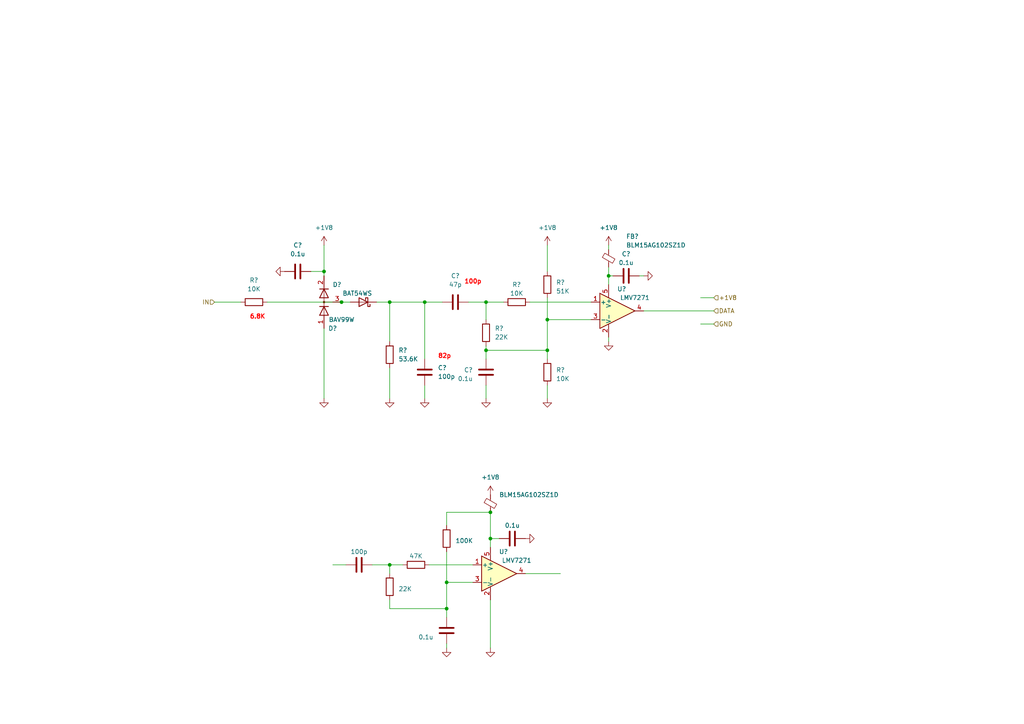
<source format=kicad_sch>
(kicad_sch (version 20221206) (generator eeschema)
  (paper "A4")
  (lib_symbols
    (symbol "Comparator:LMV7271" (pin_names (offset 0.127))
      (property "Reference" "U" (at 1.27 5.08 0))
      (property "Value" "LMV7271" (at 3.81 -5.08 0))
      (symbol "LMV7271_0_1"
        (polyline (pts (xy -5.08 5.08) (xy 5.08 0) (xy -5.08 -5.08) (xy -5.08 5.08)) (stroke (width 0.254)) (fill (type background)))
      )
      (symbol "LMV7271_1_1"
        (pin input line (at -7.62 2.54 0) (length 2.54) (name "+") (number "1"))
        (pin power_in line (at -2.54 -7.62 90) (length 3.81) (name "V-") (number "2"))
        (pin input line (at -7.62 -2.54 0) (length 2.54) (name "-") (number "3"))
        (pin output line (at 7.62 0 180) (length 2.54) (name "~") (number "4"))
        (pin power_in line (at -2.54 7.62 270) (length 3.81) (name "V+") (number "5"))
      )
    )
    (symbol "Device:C" (pin_numbers hide) (pin_names (offset 0.254))
      (property "Reference" "C" (at 0.635 2.54 0))
      (property "Value" "C" (at 0.635 -2.54 0))
      (symbol "C_0_1"
        (polyline (pts (xy -2.032 -0.762) (xy 2.032 -0.762)) (stroke (width 0.508)))
        (polyline (pts (xy -2.032 0.762) (xy 2.032 0.762)) (stroke (width 0.508)))
      )
      (symbol "C_1_1"
        (pin passive line (at 0 3.81 270) (length 2.794) (name "~") (number "1"))
        (pin passive line (at 0 -3.81 90) (length 2.794) (name "~") (number "2"))
      )
    )
    (symbol "Device:D_Dual_Series_AKC" (pin_names (offset 0.762) hide)
      (property "Reference" "D" (at 1.27 -2.54 0))
      (property "Value" "D_Dual_Series_AKC" (at 0 2.54 0))
      (symbol "D_Dual_Series_AKC_0_1"
        (polyline (pts (xy -3.81 0) (xy 3.81 0)))
        (polyline (pts (xy 0 0) (xy 0 -2.54)))
        (polyline (pts (xy 6.35 0) (xy 7.62 0)))
        (polyline (pts (xy -1.27 -1.27) (xy -1.27 1.27) (xy -1.27 1.27)) (stroke (width 0.254)))
        (polyline (pts (xy 3.81 1.27) (xy 3.81 -1.27) (xy 3.81 -1.27)) (stroke (width 0.254)))
        (polyline (pts (xy -3.81 1.27) (xy -1.27 0) (xy -3.81 -1.27) (xy -3.81 1.27) (xy -3.81 1.27) (xy -3.81 1.27)) (stroke (width 0.254)))
        (polyline (pts (xy 1.27 1.27) (xy 3.81 0) (xy 1.27 -1.27) (xy 1.27 1.27) (xy 1.27 1.27) (xy 1.27 1.27)) (stroke (width 0.254)))
        (circle (center 0 0) (radius 0.254) (fill (type outline)))
        (pin passive line (at -7.62 0 0) (length 3.81) (name "A") (number "1"))
        (pin passive line (at 7.62 0 180) (length 3.81) (name "K") (number "2"))
        (pin passive line (at 0 -5.08 90) (length 2.54) (name "common") (number "3"))
      )
    )
    (symbol "Device:D_Schottky" (pin_numbers hide) (pin_names (offset 1.016) hide)
      (property "Reference" "D" (at 0 2.54 0))
      (property "Value" "D_Schottky" (at 0 -2.54 0))
      (symbol "D_Schottky_0_1"
        (polyline (pts (xy 1.27 0) (xy -1.27 0)))
        (polyline (pts (xy 1.27 1.27) (xy 1.27 -1.27) (xy -1.27 0) (xy 1.27 1.27)) (stroke (width 0.254)))
        (polyline (pts (xy -1.905 0.635) (xy -1.905 1.27) (xy -1.27 1.27) (xy -1.27 -1.27) (xy -0.635 -1.27) (xy -0.635 -0.635)) (stroke (width 0.254)))
      )
      (symbol "D_Schottky_1_1"
        (pin passive line (at -3.81 0 0) (length 2.54) (name "K") (number "1"))
        (pin passive line (at 3.81 0 180) (length 2.54) (name "A") (number "2"))
      )
    )
    (symbol "Device:FerriteBead_Small" (pin_numbers hide) (pin_names (offset 0))
      (property "Reference" "FB" (at 1.905 1.27 0))
      (property "Value" "FerriteBead_Small" (at 1.905 -1.27 0))
      (symbol "FerriteBead_Small_0_1"
        (polyline (pts (xy 0 -1.27) (xy 0 -0.7874)))
        (polyline (pts (xy 0 0.889) (xy 0 1.2954)))
        (polyline (pts (xy -1.8288 0.2794) (xy -1.1176 1.4986) (xy 1.8288 -0.2032) (xy 1.1176 -1.4224) (xy -1.8288 0.2794)))
      )
      (symbol "FerriteBead_Small_1_1"
        (pin passive line (at 0 2.54 270) (length 1.27) (name "~") (number "1"))
        (pin passive line (at 0 -2.54 90) (length 1.27) (name "~") (number "2"))
      )
    )
    (symbol "Device:R" (pin_numbers hide) (pin_names (offset 0))
      (property "Reference" "R" (at 2.032 0 90))
      (property "Value" "R" (at 0 0 90))
      (symbol "R_0_1"
        (rectangle (start -1.016 -2.54) (end 1.016 2.54) (stroke (width 0.254)))
      )
      (symbol "R_1_1"
        (pin passive line (at 0 3.81 270) (length 1.27) (name "~") (number "1"))
        (pin passive line (at 0 -3.81 90) (length 1.27) (name "~") (number "2"))
      )
    )
    (symbol "power:+1V8" (power) (pin_names (offset 0))
      (property "Value" "+1V8" (at 0 3.556 0))
      (symbol "+1V8_0_1"
        (polyline (pts (xy -0.762 1.27) (xy 0 2.54)))
        (polyline (pts (xy 0 0) (xy 0 2.54)))
        (polyline (pts (xy 0 2.54) (xy 0.762 1.27)))
      )
      (symbol "+1V8_1_1"
        (pin power_in line (at 0 0 90) (length 0) hide (name "+1V8") (number "1"))
      )
    )
    (symbol "power:GND" (power) (pin_names (offset 0))
      (property "Value" "GND" (at 0 -3.81 0))
      (symbol "GND_0_1"
        (polyline (pts (xy 0 0) (xy 0 -1.27) (xy 1.27 -1.27) (xy 0 -2.54) (xy -1.27 -1.27) (xy 0 -1.27)))
      )
      (symbol "GND_1_1"
        (pin power_in line (at 0 0 270) (length 0) hide (name "GND") (number "1"))
      )
    )
  )
  (junction (at 123.19 87.63))
  (junction (at 142.24 148.59))
  (junction (at 129.54 176.53))
  (junction (at 140.97 101.6))
  (junction (at 113.03 163.83))
  (junction (at 93.98 78.74))
  (junction (at 158.75 101.6))
  (junction (at 158.75 92.71))
  (junction (at 129.54 168.91))
  (junction (at 113.03 87.63))
  (junction (at 99.06 87.63))
  (junction (at 176.53 80.01))
  (junction (at 140.97 87.63))
  (junction (at 142.24 156.21))
  (wire (pts (xy 124.46 163.83) (xy 137.16 163.83)))
  (wire (pts (xy 142.24 156.21) (xy 142.24 148.59)))
  (wire (pts (xy 140.97 111.76) (xy 140.97 115.57)))
  (wire (pts (xy 113.03 106.68) (xy 113.03 115.57)))
  (wire (pts (xy 129.54 168.91) (xy 137.16 168.91)))
  (wire (pts (xy 93.98 95.25) (xy 93.98 115.57)))
  (wire (pts (xy 129.54 160.02) (xy 129.54 168.91)))
  (wire (pts (xy 142.24 158.75) (xy 142.24 156.21)))
  (wire (pts (xy 152.4 166.37) (xy 162.56 166.37)))
  (wire (pts (xy 113.03 163.83) (xy 116.84 163.83)))
  (wire (pts (xy 129.54 168.91) (xy 129.54 176.53)))
  (wire (pts (xy 142.24 148.59) (xy 129.54 148.59)))
  (wire (pts (xy 158.75 92.71) (xy 171.45 92.71)))
  (wire (pts (xy 158.75 101.6) (xy 158.75 104.14)))
  (wire (pts (xy 176.53 77.47) (xy 176.53 80.01)))
  (wire (pts (xy 140.97 101.6) (xy 158.75 101.6)))
  (wire (pts (xy 129.54 176.53) (xy 129.54 179.07)))
  (wire (pts (xy 123.19 104.14) (xy 123.19 87.63)))
  (wire (pts (xy 158.75 86.36) (xy 158.75 92.71)))
  (wire (pts (xy 177.8 80.01) (xy 176.53 80.01)))
  (wire (pts (xy 158.75 111.76) (xy 158.75 115.57)))
  (wire (pts (xy 176.53 72.39) (xy 176.53 71.12)))
  (wire (pts (xy 99.06 87.63) (xy 101.6 87.63)))
  (wire (pts (xy 140.97 87.63) (xy 146.05 87.63)))
  (wire (pts (xy 123.19 111.76) (xy 123.19 115.57)))
  (wire (pts (xy 176.53 80.01) (xy 176.53 82.55)))
  (wire (pts (xy 109.22 87.63) (xy 113.03 87.63)))
  (wire (pts (xy 93.98 78.74) (xy 93.98 80.01)))
  (wire (pts (xy 90.17 78.74) (xy 93.98 78.74)))
  (wire (pts (xy 93.98 71.12) (xy 93.98 78.74)))
  (wire (pts (xy 153.67 87.63) (xy 171.45 87.63)))
  (wire (pts (xy 140.97 100.33) (xy 140.97 101.6)))
  (wire (pts (xy 96.52 163.83) (xy 100.33 163.83)))
  (wire (pts (xy 77.47 87.63) (xy 99.06 87.63)))
  (wire (pts (xy 140.97 87.63) (xy 140.97 92.71)))
  (wire (pts (xy 113.03 176.53) (xy 129.54 176.53)))
  (wire (pts (xy 135.89 87.63) (xy 140.97 87.63)))
  (wire (pts (xy 158.75 92.71) (xy 158.75 101.6)))
  (wire (pts (xy 113.03 87.63) (xy 113.03 99.06)))
  (wire (pts (xy 158.75 71.12) (xy 158.75 78.74)))
  (wire (pts (xy 129.54 187.96) (xy 129.54 186.69)))
  (wire (pts (xy 107.95 163.83) (xy 113.03 163.83)))
  (wire (pts (xy 176.53 99.06) (xy 176.53 97.79)))
  (wire (pts (xy 203.2 93.98) (xy 207.01 93.98)))
  (wire (pts (xy 140.97 101.6) (xy 140.97 104.14)))
  (wire (pts (xy 144.78 156.21) (xy 142.24 156.21)))
  (wire (pts (xy 142.24 173.99) (xy 142.24 187.96)))
  (wire (pts (xy 113.03 176.53) (xy 113.03 173.99)))
  (wire (pts (xy 203.2 86.36) (xy 207.01 86.36)))
  (wire (pts (xy 123.19 87.63) (xy 128.27 87.63)))
  (wire (pts (xy 62.23 87.63) (xy 69.85 87.63)))
  (wire (pts (xy 185.42 80.01) (xy 186.69 80.01)))
  (wire (pts (xy 113.03 166.37) (xy 113.03 163.83)))
  (wire (pts (xy 113.03 87.63) (xy 123.19 87.63)))
  (wire (pts (xy 186.69 90.17) (xy 207.01 90.17)))
  (wire (pts (xy 129.54 148.59) (xy 129.54 152.4)))
  (text "100p" (at 134.62 82.55 0) (effects (font (size 1.27 1.27) (thickness 0.254) bold) (justify left bottom)))
  (text "6.8K" (at 72.39 92.71 0) (effects (font (size 1.27 1.27) (thickness 0.254) bold) (justify left bottom)))
  (text "82p" (at 127 104.14 0) (effects (font (size 1.27 1.27) (thickness 0.254) bold) (justify left bottom)))
  (hierarchical_label "GND" (shape input) (at 207.01 93.98 0))
  (hierarchical_label "+1V8" (shape input) (at 207.01 86.36 0))
  (hierarchical_label "IN" (shape input) (at 62.23 87.63 180))
  (hierarchical_label "DATA" (shape input) (at 207.01 90.17 0))
  (symbol (lib_id "power:+1V8") (at 158.75 71.12 0) (unit 1)
    (property "Reference" "#PWR?" (effects hide))
    (property "Value" "+1V8" (at 158.75 66.04 0))
    (instances (project "Kampela" (path "" (reference "#PWR?") (unit 1))) (project "Kampela_C1" (path "" (reference "#PWR017") (unit 1))))
  )
  (symbol (lib_id "Device:FerriteBead_Small") (at 142.24 146.05 0) (unit 1)
    (property "Reference" "FB?" (effects hide))
    (property "Value" "BLM15AG102SZ1D" (at 144.78 143.51 0) (effects (justify left)))
    (property "Footprint" "Inductor_SMD:L_0402_1005Metric" (effects hide))
    (instances (project "Kampela" (path "" (reference "FB?") (unit 1))) (project "Kampela_C1" (path "" (reference "FB5") (unit 1))))
  )
  (symbol (lib_id "Device:C") (at 181.61 80.01 270) (mirror x) (unit 1)
    (property "Reference" "C?" (at 181.61 73.66 90))
    (property "Value" "0.1u" (at 181.61 76.2 90))
    (property "Footprint" "Capacitor_SMD:C_0402_1005Metric" (effects hide))
    (instances (project "Kampela" (path "" (reference "C?") (unit 1))) (project "Kampela_C1" (path "" (reference "C5") (unit 1))))
  )
  (symbol (lib_id "power:GND") (at 158.75 115.57 0) (unit 1)
    (property "Reference" "#PWR?" (effects hide))
    (property "Value" "GND" (effects hide))
    (instances (project "Kampela" (path "" (reference "#PWR?") (unit 1))) (project "Kampela_C1" (path "" (reference "#PWR018") (unit 1))))
  )
  (symbol (lib_id "Device:C") (at 123.19 107.95 0) (unit 1)
    (property "Reference" "C?" (at 127 106.6799 0) (effects (justify left)))
    (property "Value" "100p" (at 127 109.2199 0) (effects (justify left)))
    (property "Footprint" "Capacitor_SMD:C_0402_1005Metric" (effects hide))
    (instances (project "Kampela" (path "" (reference "C?") (unit 1))) (project "Kampela_C1" (path "" (reference "C2") (unit 1))))
  )
  (symbol (lib_id "Device:R") (at 120.65 163.83 270) (unit 1)
    (property "Reference" "R?" (effects hide))
    (property "Value" "47K" (at 120.65 161.29 90))
    (property "Footprint" "Resistor_SMD:R_0402_1005Metric" (effects hide))
    (instances (project "Kampela" (path "" (reference "R?") (unit 1))) (project "Kampela_C1" (path "" (reference "R29") (unit 1))))
  )
  (symbol (lib_id "Device:D_Schottky") (at 105.41 87.63 180) (unit 1)
    (property "Reference" "D?" (at 99.06 82.55 0) (effects (justify left)))
    (property "Value" "BAT54WS" (at 107.95 85.09 0) (effects (justify left)))
    (property "Footprint" "Diode_SMD:D_SOD-323F" (effects hide))
    (instances (project "Kampela" (path "" (reference "D?") (unit 1))) (project "Kampela_C1" (path "" (reference "D2") (unit 1))))
  )
  (symbol (lib_id "power:GND") (at 123.19 115.57 0) (unit 1)
    (property "Reference" "#PWR?" (effects hide))
    (property "Value" "GND" (effects hide))
    (instances (project "Kampela" (path "" (reference "#PWR?") (unit 1))) (project "Kampela_C1" (path "" (reference "#PWR015") (unit 1))))
  )
  (symbol (lib_id "Device:R") (at 149.86 87.63 270) (unit 1)
    (property "Reference" "R?" (at 149.86 82.55 90))
    (property "Value" "10K" (at 149.86 85.09 90))
    (property "Footprint" "Resistor_SMD:R_0402_1005Metric" (effects hide))
    (instances (project "Kampela" (path "" (reference "R?") (unit 1))) (project "Kampela_C1" (path "" (reference "R4") (unit 1))))
  )
  (symbol (lib_id "Device:R") (at 140.97 96.52 0) (unit 1)
    (property "Reference" "R?" (at 143.51 95.2499 0) (effects (justify left)))
    (property "Value" "22K" (at 143.51 97.7899 0) (effects (justify left)))
    (property "Footprint" "Resistor_SMD:R_0402_1005Metric" (effects hide))
    (instances (project "Kampela" (path "" (reference "R?") (unit 1))) (project "Kampela_C1" (path "" (reference "R3") (unit 1))))
  )
  (symbol (lib_id "Device:C") (at 86.36 78.74 90) (mirror x) (unit 1)
    (property "Reference" "C?" (at 86.36 71.12 90))
    (property "Value" "0.1u" (at 86.36 73.66 90))
    (property "Footprint" "Capacitor_SMD:C_0402_1005Metric" (effects hide))
    (instances (project "Kampela" (path "" (reference "C?") (unit 1))) (project "Kampela_C1" (path "" (reference "C1") (unit 1))))
  )
  (symbol (lib_id "Device:C") (at 104.14 163.83 270) (mirror x) (unit 1)
    (property "Reference" "C?" (effects hide))
    (property "Value" "100p" (at 104.14 160.02 90))
    (property "Footprint" "Capacitor_SMD:C_0402_1005Metric" (effects hide))
    (instances (project "Kampela" (path "" (reference "C?") (unit 1))) (project "Kampela_C1" (path "" (reference "C88") (unit 1))))
  )
  (symbol (lib_id "power:+1V8") (at 93.98 71.12 0) (unit 1)
    (property "Reference" "#PWR?" (effects hide))
    (property "Value" "+1V8" (at 93.98 66.04 0))
    (instances (project "Kampela" (path "" (reference "#PWR?") (unit 1))) (project "Kampela_C1" (path "" (reference "#PWR012") (unit 1))))
  )
  (symbol (lib_id "Device:C") (at 140.97 107.95 0) (mirror x) (unit 1)
    (property "Reference" "C?" (at 137.16 107.315 0) (effects (justify right)))
    (property "Value" "0.1u" (at 137.16 109.855 0) (effects (justify right)))
    (property "Footprint" "Capacitor_SMD:C_0402_1005Metric" (effects hide))
    (instances (project "Kampela" (path "" (reference "C?") (unit 1))) (project "Kampela_C1" (path "" (reference "C4") (unit 1))))
  )
  (symbol (lib_id "Device:C") (at 132.08 87.63 270) (mirror x) (unit 1)
    (property "Reference" "C?" (at 132.08 80.01 90))
    (property "Value" "47p" (at 132.08 82.55 90))
    (property "Footprint" "Capacitor_SMD:C_0402_1005Metric" (effects hide))
    (instances (project "Kampela" (path "" (reference "C?") (unit 1))) (project "Kampela_C1" (path "" (reference "C3") (unit 1))))
  )
  (symbol (lib_id "Device:FerriteBead_Small") (at 176.53 74.93 0) (unit 1)
    (property "Reference" "FB?" (at 181.61 68.58 0) (effects (justify left)))
    (property "Value" "BLM15AG102SZ1D" (at 181.61 71.12 0) (effects (justify left)))
    (property "Footprint" "Inductor_SMD:L_0402_1005Metric" (effects hide))
    (instances (project "Kampela" (path "" (reference "FB?") (unit 1))) (project "Kampela_C1" (path "" (reference "FB1") (unit 1))))
  )
  (symbol (lib_id "Device:R") (at 113.03 170.18 0) (unit 1)
    (property "Reference" "R?" (effects hide))
    (property "Value" "22K" (at 115.57 170.815 0) (effects (justify left)))
    (property "Footprint" "Resistor_SMD:R_0402_1005Metric" (effects hide))
    (instances (project "Kampela" (path "" (reference "R?") (unit 1))) (project "Kampela_C1" (path "" (reference "R30") (unit 1))))
  )
  (symbol (lib_id "power:GND") (at 93.98 115.57 0) (unit 1)
    (property "Reference" "#PWR?" (effects hide))
    (property "Value" "GND" (effects hide))
    (instances (project "Kampela" (path "" (reference "#PWR?") (unit 1))) (project "Kampela_C1" (path "" (reference "#PWR013") (unit 1))))
  )
  (symbol (lib_id "power:GND") (at 82.55 78.74 270) (unit 1)
    (property "Reference" "#PWR?" (effects hide))
    (property "Value" "GND" (effects hide))
    (instances (project "Kampela" (path "" (reference "#PWR?") (unit 1))) (project "Kampela_C1" (path "" (reference "#PWR011") (unit 1))))
  )
  (symbol (lib_id "power:GND") (at 129.54 187.96 0) (unit 1)
    (property "Reference" "#PWR?" (effects hide))
    (property "Value" "GND" (effects hide))
    (instances (project "Kampela" (path "" (reference "#PWR?") (unit 1))) (project "Kampela_C1" (path "" (reference "#PWR085") (unit 1))))
  )
  (symbol (lib_id "power:GND") (at 152.4 156.21 90) (unit 1)
    (property "Reference" "#PWR?" (effects hide))
    (property "Value" "GND" (effects hide))
    (instances (project "Kampela" (path "" (reference "#PWR?") (unit 1))) (project "Kampela_C1" (path "" (reference "#PWR086") (unit 1))))
  )
  (symbol (lib_id "Comparator:LMV7271") (at 144.78 166.37 0) (unit 1)
    (property "Reference" "U?" (at 146.05 160.02 0))
    (property "Value" "LMV7271" (at 149.86 162.56 0))
    (property "Footprint" "Package_TO_SOT_SMD:SOT-353_SC-70-5" (effects hide))
    (property "Datasheet" "http://www.ti.com/lit/ds/symlink/lmv7271.pdf" (effects hide))
    (instances (project "Kampela" (path "" (reference "U?") (unit 1))) (project "Kampela_C1" (path "" (reference "U8") (unit 1))))
  )
  (symbol (lib_id "power:GND") (at 186.69 80.01 90) (unit 1)
    (property "Reference" "#PWR?" (effects hide))
    (property "Value" "GND" (effects hide))
    (instances (project "Kampela" (path "" (reference "#PWR?") (unit 1))) (project "Kampela_C1" (path "" (reference "#PWR021") (unit 1))))
  )
  (symbol (lib_id "power:GND") (at 176.53 99.06 0) (unit 1)
    (property "Reference" "#PWR?" (effects hide))
    (property "Value" "GND" (effects hide))
    (instances (project "Kampela" (path "" (reference "#PWR?") (unit 1))) (project "Kampela_C1" (path "" (reference "#PWR020") (unit 1))))
  )
  (symbol (lib_id "Comparator:LMV7271") (at 179.07 90.17 0) (unit 1)
    (property "Reference" "U?" (at 180.34 83.82 0))
    (property "Value" "LMV7271" (at 184.15 86.36 0))
    (property "Footprint" "Package_TO_SOT_SMD:SOT-353_SC-70-5" (effects hide))
    (property "Datasheet" "http://www.ti.com/lit/ds/symlink/lmv7271.pdf" (effects hide))
    (instances (project "Kampela" (path "" (reference "U?") (unit 1))) (project "Kampela_C1" (path "" (reference "U1") (unit 1))))
  )
  (symbol (lib_id "power:GND") (at 142.24 187.96 0) (unit 1)
    (property "Reference" "#PWR?" (effects hide))
    (property "Value" "GND" (effects hide))
    (instances (project "Kampela" (path "" (reference "#PWR?") (unit 1))) (project "Kampela_C1" (path "" (reference "#PWR087") (unit 1))))
  )
  (symbol (lib_id "Device:C") (at 129.54 182.88 0) (mirror x) (unit 1)
    (property "Reference" "C?" (effects hide))
    (property "Value" "0.1u" (at 125.73 184.785 0) (effects (justify right)))
    (property "Footprint" "Capacitor_SMD:C_0402_1005Metric" (effects hide))
    (instances (project "Kampela" (path "" (reference "C?") (unit 1))) (project "Kampela_C1" (path "" (reference "C87") (unit 1))))
  )
  (symbol (lib_id "power:GND") (at 113.03 115.57 0) (unit 1)
    (property "Reference" "#PWR?" (effects hide))
    (property "Value" "GND" (effects hide))
    (instances (project "Kampela" (path "" (reference "#PWR?") (unit 1))) (project "Kampela_C1" (path "" (reference "#PWR014") (unit 1))))
  )
  (symbol (lib_id "Device:R") (at 73.66 87.63 90) (unit 1)
    (property "Reference" "R?" (at 73.66 81.28 90))
    (property "Value" "10K" (at 73.66 83.82 90))
    (property "Footprint" "Resistor_SMD:R_0402_1005Metric" (effects hide))
    (instances (project "Kampela" (path "" (reference "R?") (unit 1))) (project "Kampela_C1" (path "" (reference "R1") (unit 1))))
  )
  (symbol (lib_id "Device:R") (at 158.75 107.95 0) (unit 1)
    (property "Reference" "R?" (at 161.29 107.315 0) (effects (justify left)))
    (property "Value" "10K" (at 161.29 109.855 0) (effects (justify left)))
    (property "Footprint" "Resistor_SMD:R_0402_1005Metric" (effects hide))
    (instances (project "Kampela" (path "" (reference "R?") (unit 1))) (project "Kampela_C1" (path "" (reference "R6") (unit 1))))
  )
  (symbol (lib_id "Device:R") (at 158.75 82.55 0) (unit 1)
    (property "Reference" "R?" (at 161.29 81.915 0) (effects (justify left)))
    (property "Value" "51K" (at 161.29 84.455 0) (effects (justify left)))
    (property "Footprint" "Resistor_SMD:R_0402_1005Metric" (effects hide))
    (instances (project "Kampela" (path "" (reference "R?") (unit 1))) (project "Kampela_C1" (path "" (reference "R5") (unit 1))))
  )
  (symbol (lib_id "power:GND") (at 140.97 115.57 0) (unit 1)
    (property "Reference" "#PWR?" (effects hide))
    (property "Value" "GND" (effects hide))
    (instances (project "Kampela" (path "" (reference "#PWR?") (unit 1))) (project "Kampela_C1" (path "" (reference "#PWR016") (unit 1))))
  )
  (symbol (lib_id "Device:C") (at 148.59 156.21 270) (mirror x) (unit 1)
    (property "Reference" "C?" (effects hide))
    (property "Value" "0.1u" (at 148.59 152.4 90))
    (property "Footprint" "Capacitor_SMD:C_0402_1005Metric" (effects hide))
    (instances (project "Kampela" (path "" (reference "C?") (unit 1))) (project "Kampela_C1" (path "" (reference "C89") (unit 1))))
  )
  (symbol (lib_id "Device:R") (at 113.03 102.87 0) (unit 1)
    (property "Reference" "R?" (at 115.57 101.5999 0) (effects (justify left)))
    (property "Value" "53.6K" (at 115.57 104.1399 0) (effects (justify left)))
    (property "Footprint" "Resistor_SMD:R_0402_1005Metric" (effects hide))
    (instances (project "Kampela" (path "" (reference "R?") (unit 1))) (project "Kampela_C1" (path "" (reference "R2") (unit 1))))
  )
  (symbol (lib_id "power:+1V8") (at 176.53 71.12 0) (unit 1)
    (property "Reference" "#PWR?" (effects hide))
    (property "Value" "+1V8" (at 176.53 66.04 0))
    (instances (project "Kampela" (path "" (reference "#PWR?") (unit 1))) (project "Kampela_C1" (path "" (reference "#PWR019") (unit 1))))
  )
  (symbol (lib_id "Device:D_Dual_Series_AKC") (at 93.98 87.63 90) (unit 1)
    (property "Reference" "D?" (at 97.79 95.25 90) (effects (justify left)))
    (property "Value" "BAV99W" (at 102.87 92.71 90) (effects (justify left)))
    (property "Footprint" "Package_TO_SOT_SMD:SOT-323_SC-70" (effects hide))
    (instances (project "Kampela" (path "" (reference "D?") (unit 1))) (project "Kampela_C1" (path "" (reference "D1") (unit 1))))
  )
  (symbol (lib_id "power:+1V8") (at 142.24 143.51 0) (unit 1)
    (property "Reference" "#PWR?" (effects hide))
    (property "Value" "+1V8" (at 142.24 138.43 0))
    (instances (project "Kampela" (path "" (reference "#PWR?") (unit 1))) (project "Kampela_C1" (path "" (reference "#PWR084") (unit 1))))
  )
  (symbol (lib_id "Device:R") (at 129.54 156.21 0) (unit 1)
    (property "Reference" "R?" (effects hide))
    (property "Value" "100K" (at 132.08 156.845 0) (effects (justify left)))
    (property "Footprint" "Resistor_SMD:R_0402_1005Metric" (effects hide))
    (instances (project "Kampela" (path "" (reference "R?") (unit 1))) (project "Kampela_C1" (path "" (reference "R") (unit 1))))
  )
)
</source>
